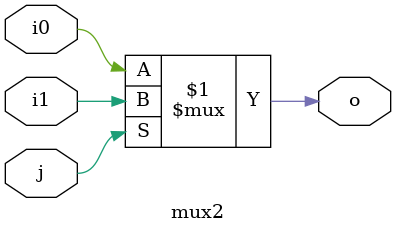
<source format=v>
module mux2 (input wire i0, i1, j, output wire o);
assign o = j ? i1 : i0;
endmodule

</source>
